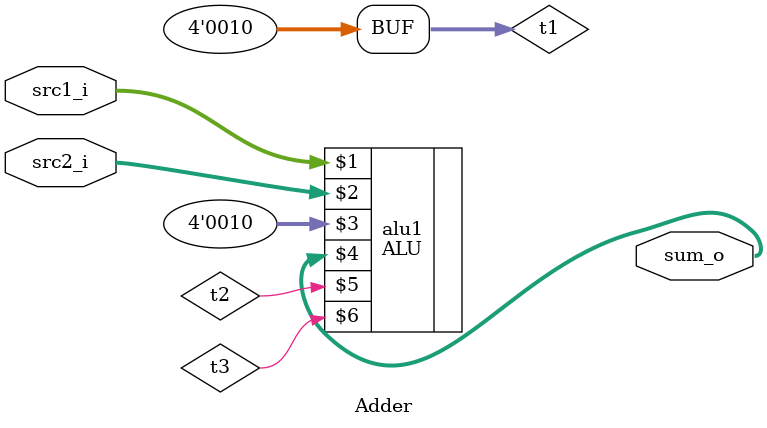
<source format=v>
module Adder( src1_i, src2_i, sum_o	);

//I/O ports
input	[32-1:0] src1_i;
input	[32-1:0] src2_i;
output	[32-1:0] sum_o;

//Internal Signals
wire	[32-1:0] sum_o;
    
//Main function
/*your code here*/
wire t2, t3;
wire [3:0] t1;
assign t1 = 4'b0010;
ALU alu1( src1_i, src2_i, t1, sum_o, t2, t3);

endmodule

</source>
